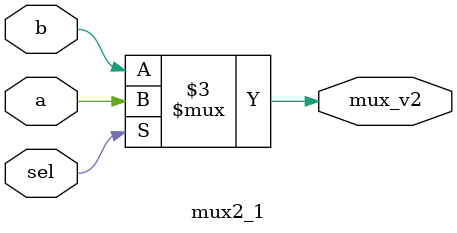
<source format=v>
`timescale 1ns / 1ps


module mux2_1(a,b,sel,mux_v2);
input a,b;
input sel;
output reg mux_v2;
always@(a,b)
begin 
if(sel)
mux_v2<=a;
else
mux_v2<=b;
end
endmodule

</source>
